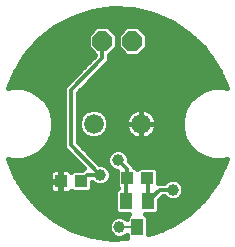
<source format=gbl>
G75*
%MOIN*%
%OFA0B0*%
%FSLAX25Y25*%
%IPPOS*%
%LPD*%
%AMOC8*
5,1,8,0,0,1.08239X$1,22.5*
%
%ADD10R,0.03937X0.05512*%
%ADD11R,0.03937X0.04331*%
%ADD12C,0.06600*%
%ADD13OC8,0.06600*%
%ADD14C,0.01600*%
%ADD15C,0.01400*%
%ADD16C,0.03962*%
%ADD17C,0.00800*%
D10*
X0047971Y0019707D03*
X0055451Y0019707D03*
X0051711Y0011046D03*
D11*
X0048416Y0027213D03*
X0055108Y0027213D03*
X0032959Y0026324D03*
X0026267Y0026324D03*
D12*
X0037233Y0045501D03*
X0052981Y0045501D03*
D13*
X0050107Y0073060D03*
X0040107Y0073060D03*
D14*
X0014034Y0022925D02*
X0018564Y0017739D01*
X0023948Y0013446D01*
X0030012Y0010183D01*
X0036560Y0008055D01*
X0043384Y0007131D01*
X0048413Y0007357D01*
X0048143Y0007627D01*
X0048143Y0008420D01*
X0047771Y0008048D01*
X0046454Y0007503D01*
X0045030Y0007503D01*
X0043713Y0008048D01*
X0042706Y0009055D01*
X0042161Y0010371D01*
X0042161Y0011796D01*
X0042706Y0013112D01*
X0043713Y0014120D01*
X0045030Y0014665D01*
X0046454Y0014665D01*
X0047771Y0014120D01*
X0048143Y0013747D01*
X0048143Y0014464D01*
X0049030Y0015351D01*
X0045340Y0015351D01*
X0044403Y0016288D01*
X0044403Y0023126D01*
X0045254Y0023977D01*
X0044847Y0024385D01*
X0044847Y0029855D01*
X0044522Y0029855D01*
X0043205Y0030400D01*
X0042198Y0031407D01*
X0041653Y0032723D01*
X0041653Y0034148D01*
X0042198Y0035464D01*
X0043205Y0036472D01*
X0044522Y0037017D01*
X0045946Y0037017D01*
X0047263Y0036472D01*
X0048270Y0035464D01*
X0048815Y0034148D01*
X0048815Y0033107D01*
X0050715Y0031207D01*
X0050715Y0030978D01*
X0051047Y0030978D01*
X0051762Y0030263D01*
X0052477Y0030978D01*
X0057740Y0030978D01*
X0058677Y0030041D01*
X0058677Y0025830D01*
X0060758Y0025830D01*
X0061493Y0026566D01*
X0062810Y0027111D01*
X0064234Y0027111D01*
X0065551Y0026566D01*
X0066558Y0025558D01*
X0067103Y0024242D01*
X0067103Y0022817D01*
X0066558Y0021501D01*
X0065551Y0020494D01*
X0064234Y0019949D01*
X0062810Y0019949D01*
X0061493Y0020494D01*
X0060758Y0021230D01*
X0060227Y0021230D01*
X0059020Y0020023D01*
X0059020Y0016288D01*
X0058083Y0015351D01*
X0054393Y0015351D01*
X0055280Y0014464D01*
X0055280Y0008585D01*
X0056976Y0008972D01*
X0063308Y0011678D01*
X0069055Y0015472D01*
X0074032Y0020230D01*
X0074032Y0020230D01*
X0078079Y0025801D01*
X0081067Y0032005D01*
X0081560Y0033792D01*
X0080162Y0033417D01*
X0076981Y0033417D01*
X0073908Y0034241D01*
X0071152Y0035832D01*
X0068902Y0038081D01*
X0067312Y0040837D01*
X0066488Y0043910D01*
X0066488Y0047092D01*
X0067312Y0050165D01*
X0068902Y0052920D01*
X0071152Y0055170D01*
X0073908Y0056761D01*
X0076981Y0057584D01*
X0080162Y0057584D01*
X0081560Y0057210D01*
X0081067Y0058997D01*
X0078079Y0065201D01*
X0074032Y0070771D01*
X0069054Y0075530D01*
X0063308Y0079323D01*
X0056976Y0082030D01*
X0050263Y0083562D01*
X0043384Y0083871D01*
X0036560Y0082946D01*
X0030012Y0080819D01*
X0023948Y0077556D01*
X0018564Y0073262D01*
X0014034Y0068077D01*
X0010502Y0062166D01*
X0008641Y0057206D01*
X0010052Y0057584D01*
X0013233Y0057584D01*
X0016307Y0056761D01*
X0019062Y0055170D01*
X0021312Y0052920D01*
X0022903Y0050165D01*
X0023726Y0047092D01*
X0023726Y0043910D01*
X0022903Y0040837D01*
X0021312Y0038081D01*
X0019062Y0035832D01*
X0016307Y0034241D01*
X0013233Y0033417D01*
X0010052Y0033417D01*
X0008641Y0033795D01*
X0010502Y0028836D01*
X0014034Y0022925D01*
X0014004Y0022974D02*
X0022937Y0022974D01*
X0022858Y0023053D02*
X0023193Y0022718D01*
X0023603Y0022481D01*
X0024061Y0022359D01*
X0026082Y0022359D01*
X0026082Y0026140D01*
X0022498Y0026140D01*
X0022498Y0023922D01*
X0022621Y0023464D01*
X0022858Y0023053D01*
X0022498Y0024573D02*
X0013049Y0024573D01*
X0012094Y0026171D02*
X0026082Y0026171D01*
X0026082Y0026140D02*
X0026082Y0026508D01*
X0022498Y0026508D01*
X0022498Y0028726D01*
X0022621Y0029184D01*
X0022858Y0029594D01*
X0023193Y0029930D01*
X0023603Y0030167D01*
X0024061Y0030289D01*
X0026082Y0030289D01*
X0026082Y0026508D01*
X0026451Y0026508D01*
X0026451Y0030289D01*
X0028472Y0030289D01*
X0028930Y0030167D01*
X0029340Y0029930D01*
X0029675Y0029594D01*
X0029733Y0029494D01*
X0030328Y0030089D01*
X0033472Y0030089D01*
X0034002Y0030620D01*
X0028660Y0035962D01*
X0027313Y0037309D01*
X0027313Y0057756D01*
X0037807Y0068250D01*
X0037807Y0068430D01*
X0035207Y0071030D01*
X0035207Y0075089D01*
X0038077Y0077960D01*
X0042137Y0077960D01*
X0045007Y0075089D01*
X0045007Y0071030D01*
X0042407Y0068430D01*
X0042407Y0066345D01*
X0041060Y0064998D01*
X0031913Y0055851D01*
X0031913Y0039214D01*
X0039064Y0032064D01*
X0040104Y0032064D01*
X0041421Y0031519D01*
X0042428Y0030511D01*
X0042973Y0029195D01*
X0042973Y0027770D01*
X0044847Y0027770D01*
X0044847Y0029368D02*
X0042901Y0029368D01*
X0042973Y0027770D02*
X0042428Y0026454D01*
X0041421Y0025447D01*
X0040104Y0024902D01*
X0038680Y0024902D01*
X0037363Y0025447D01*
X0036628Y0026183D01*
X0036528Y0026183D01*
X0036528Y0023496D01*
X0035591Y0022559D01*
X0030328Y0022559D01*
X0029733Y0023153D01*
X0029675Y0023053D01*
X0029340Y0022718D01*
X0028930Y0022481D01*
X0028472Y0022359D01*
X0026451Y0022359D01*
X0026451Y0026140D01*
X0026082Y0026140D01*
X0026082Y0024573D02*
X0026451Y0024573D01*
X0026451Y0022974D02*
X0026082Y0022974D01*
X0029596Y0022974D02*
X0029912Y0022974D01*
X0026451Y0027770D02*
X0026082Y0027770D01*
X0026082Y0029368D02*
X0026451Y0029368D01*
X0022727Y0029368D02*
X0010302Y0029368D01*
X0009702Y0030967D02*
X0033655Y0030967D01*
X0032057Y0032565D02*
X0009102Y0032565D01*
X0011139Y0027770D02*
X0022498Y0027770D01*
X0016020Y0034164D02*
X0030458Y0034164D01*
X0028860Y0035762D02*
X0018942Y0035762D01*
X0020591Y0037361D02*
X0027313Y0037361D01*
X0027313Y0038959D02*
X0021819Y0038959D01*
X0022742Y0040558D02*
X0027313Y0040558D01*
X0027313Y0042156D02*
X0023256Y0042156D01*
X0023684Y0043755D02*
X0027313Y0043755D01*
X0027313Y0045354D02*
X0023726Y0045354D01*
X0023726Y0046952D02*
X0027313Y0046952D01*
X0027313Y0048551D02*
X0023335Y0048551D01*
X0022907Y0050149D02*
X0027313Y0050149D01*
X0027313Y0051748D02*
X0021989Y0051748D01*
X0020886Y0053346D02*
X0027313Y0053346D01*
X0027313Y0054945D02*
X0019287Y0054945D01*
X0016684Y0056543D02*
X0027313Y0056543D01*
X0027698Y0058142D02*
X0008992Y0058142D01*
X0009592Y0059740D02*
X0029297Y0059740D01*
X0030895Y0061339D02*
X0010192Y0061339D01*
X0010963Y0062937D02*
X0032494Y0062937D01*
X0034092Y0064536D02*
X0011918Y0064536D01*
X0012873Y0066134D02*
X0035691Y0066134D01*
X0037289Y0067733D02*
X0013828Y0067733D01*
X0015130Y0069331D02*
X0036906Y0069331D01*
X0035308Y0070930D02*
X0016526Y0070930D01*
X0017923Y0072528D02*
X0035207Y0072528D01*
X0035207Y0074127D02*
X0019648Y0074127D01*
X0021653Y0075725D02*
X0035843Y0075725D01*
X0037441Y0077324D02*
X0023657Y0077324D01*
X0026487Y0078922D02*
X0063915Y0078922D01*
X0066337Y0077324D02*
X0052773Y0077324D01*
X0052137Y0077960D02*
X0048077Y0077960D01*
X0045207Y0075089D01*
X0045207Y0071030D01*
X0048077Y0068160D01*
X0052137Y0068160D01*
X0055007Y0071030D01*
X0055007Y0075089D01*
X0052137Y0077960D01*
X0054371Y0075725D02*
X0068759Y0075725D01*
X0070522Y0074127D02*
X0055007Y0074127D01*
X0055007Y0072528D02*
X0072194Y0072528D01*
X0073866Y0070930D02*
X0054907Y0070930D01*
X0053308Y0069331D02*
X0075078Y0069331D01*
X0076239Y0067733D02*
X0042407Y0067733D01*
X0042196Y0066134D02*
X0077401Y0066134D01*
X0078399Y0064536D02*
X0040598Y0064536D01*
X0038999Y0062937D02*
X0079169Y0062937D01*
X0079939Y0061339D02*
X0037401Y0061339D01*
X0035802Y0059740D02*
X0080709Y0059740D01*
X0081303Y0058142D02*
X0034204Y0058142D01*
X0032605Y0056543D02*
X0073531Y0056543D01*
X0070927Y0054945D02*
X0031913Y0054945D01*
X0031913Y0053346D02*
X0069328Y0053346D01*
X0068225Y0051748D02*
X0031913Y0051748D01*
X0031913Y0050149D02*
X0035651Y0050149D01*
X0036258Y0050401D02*
X0034457Y0049655D01*
X0033079Y0048276D01*
X0032333Y0046475D01*
X0032333Y0044526D01*
X0033079Y0042725D01*
X0034457Y0041347D01*
X0036258Y0040601D01*
X0038208Y0040601D01*
X0040009Y0041347D01*
X0041387Y0042725D01*
X0042133Y0044526D01*
X0042133Y0046475D01*
X0041387Y0048276D01*
X0040009Y0049655D01*
X0038208Y0050401D01*
X0036258Y0050401D01*
X0038815Y0050149D02*
X0050870Y0050149D01*
X0051023Y0050227D02*
X0050308Y0049863D01*
X0049659Y0049391D01*
X0049091Y0048823D01*
X0048619Y0048174D01*
X0048255Y0047459D01*
X0048007Y0046695D01*
X0047881Y0045902D01*
X0047881Y0045501D01*
X0052981Y0045501D01*
X0052981Y0050601D01*
X0052580Y0050601D01*
X0051787Y0050475D01*
X0051023Y0050227D01*
X0052981Y0050149D02*
X0052981Y0050149D01*
X0052981Y0050601D02*
X0053382Y0050601D01*
X0054175Y0050475D01*
X0054939Y0050227D01*
X0055654Y0049863D01*
X0056304Y0049391D01*
X0056871Y0048823D01*
X0057343Y0048174D01*
X0057707Y0047459D01*
X0057956Y0046695D01*
X0058081Y0045902D01*
X0058081Y0045501D01*
X0052981Y0045501D01*
X0052981Y0045501D01*
X0052981Y0045501D01*
X0052981Y0050601D01*
X0052981Y0048551D02*
X0052981Y0048551D01*
X0052981Y0046952D02*
X0052981Y0046952D01*
X0052981Y0045501D02*
X0052981Y0045501D01*
X0047881Y0045501D01*
X0047881Y0045099D01*
X0048007Y0044307D01*
X0048255Y0043543D01*
X0048619Y0042828D01*
X0049091Y0042178D01*
X0049659Y0041611D01*
X0050308Y0041139D01*
X0051023Y0040774D01*
X0051787Y0040526D01*
X0052580Y0040401D01*
X0052981Y0040401D01*
X0052981Y0045501D01*
X0052981Y0045501D01*
X0058081Y0045501D01*
X0058081Y0045099D01*
X0057956Y0044307D01*
X0057707Y0043543D01*
X0057343Y0042828D01*
X0056871Y0042178D01*
X0056304Y0041611D01*
X0055654Y0041139D01*
X0054939Y0040774D01*
X0054175Y0040526D01*
X0053382Y0040401D01*
X0052981Y0040401D01*
X0052981Y0045501D01*
X0052981Y0045354D02*
X0052981Y0045354D01*
X0052981Y0043755D02*
X0052981Y0043755D01*
X0052981Y0042156D02*
X0052981Y0042156D01*
X0052981Y0040558D02*
X0052981Y0040558D01*
X0051690Y0040558D02*
X0031913Y0040558D01*
X0031913Y0042156D02*
X0033648Y0042156D01*
X0032652Y0043755D02*
X0031913Y0043755D01*
X0031913Y0045354D02*
X0032333Y0045354D01*
X0032530Y0046952D02*
X0031913Y0046952D01*
X0031913Y0048551D02*
X0033353Y0048551D01*
X0041113Y0048551D02*
X0048893Y0048551D01*
X0048090Y0046952D02*
X0041936Y0046952D01*
X0042133Y0045354D02*
X0047881Y0045354D01*
X0048186Y0043755D02*
X0041814Y0043755D01*
X0040818Y0042156D02*
X0049113Y0042156D01*
X0054273Y0040558D02*
X0067473Y0040558D01*
X0066958Y0042156D02*
X0056849Y0042156D01*
X0057776Y0043755D02*
X0066530Y0043755D01*
X0066488Y0045354D02*
X0058081Y0045354D01*
X0057872Y0046952D02*
X0066488Y0046952D01*
X0066879Y0048551D02*
X0057069Y0048551D01*
X0055092Y0050149D02*
X0067307Y0050149D01*
X0068395Y0038959D02*
X0032168Y0038959D01*
X0033766Y0037361D02*
X0069623Y0037361D01*
X0071272Y0035762D02*
X0047972Y0035762D01*
X0048809Y0034164D02*
X0074194Y0034164D01*
X0079797Y0029368D02*
X0058677Y0029368D01*
X0058677Y0027770D02*
X0079027Y0027770D01*
X0078257Y0026171D02*
X0065945Y0026171D01*
X0066966Y0024573D02*
X0077187Y0024573D01*
X0076025Y0022974D02*
X0067103Y0022974D01*
X0066433Y0021376D02*
X0074864Y0021376D01*
X0073558Y0019777D02*
X0059020Y0019777D01*
X0059020Y0018179D02*
X0071886Y0018179D01*
X0070214Y0016580D02*
X0059020Y0016580D01*
X0055280Y0013383D02*
X0065891Y0013383D01*
X0068312Y0014982D02*
X0054762Y0014982D01*
X0055280Y0011785D02*
X0063469Y0011785D01*
X0059817Y0010186D02*
X0055280Y0010186D01*
X0055280Y0008588D02*
X0055293Y0008588D01*
X0048660Y0014982D02*
X0022022Y0014982D01*
X0020017Y0016580D02*
X0044403Y0016580D01*
X0044403Y0018179D02*
X0018180Y0018179D01*
X0016784Y0019777D02*
X0044403Y0019777D01*
X0044403Y0021376D02*
X0015387Y0021376D01*
X0024064Y0013383D02*
X0042977Y0013383D01*
X0042161Y0011785D02*
X0027035Y0011785D01*
X0030005Y0010186D02*
X0042238Y0010186D01*
X0043174Y0008588D02*
X0034921Y0008588D01*
X0036007Y0022974D02*
X0044403Y0022974D01*
X0044847Y0024573D02*
X0036528Y0024573D01*
X0036528Y0026171D02*
X0036639Y0026171D01*
X0042145Y0026171D02*
X0044847Y0026171D01*
X0042638Y0030967D02*
X0041972Y0030967D01*
X0041718Y0032565D02*
X0038562Y0032565D01*
X0036963Y0034164D02*
X0041659Y0034164D01*
X0042496Y0035762D02*
X0035365Y0035762D01*
X0049357Y0032565D02*
X0081221Y0032565D01*
X0080567Y0030967D02*
X0057751Y0030967D01*
X0058677Y0026171D02*
X0061099Y0026171D01*
X0052466Y0030967D02*
X0051058Y0030967D01*
X0046906Y0069331D02*
X0043308Y0069331D01*
X0044907Y0070930D02*
X0045308Y0070930D01*
X0045207Y0072528D02*
X0045007Y0072528D01*
X0045007Y0074127D02*
X0045207Y0074127D01*
X0045843Y0075725D02*
X0044371Y0075725D01*
X0042773Y0077324D02*
X0047441Y0077324D01*
X0046790Y0083718D02*
X0042254Y0083718D01*
X0034014Y0082119D02*
X0056583Y0082119D01*
X0060506Y0080521D02*
X0029458Y0080521D01*
D15*
X0040107Y0073060D02*
X0040107Y0067298D01*
X0029613Y0056804D01*
X0029613Y0038262D01*
X0039392Y0028483D01*
X0035118Y0028483D01*
X0032959Y0026324D01*
X0045234Y0033436D02*
X0048416Y0030254D01*
X0048416Y0027213D01*
X0047971Y0026768D01*
X0047971Y0019707D01*
X0055451Y0019707D02*
X0059274Y0023530D01*
X0063522Y0023530D01*
X0055451Y0027213D02*
X0055451Y0019707D01*
X0055451Y0027213D02*
X0055108Y0027213D01*
D16*
X0063522Y0023530D03*
X0045234Y0033436D03*
X0039392Y0028483D03*
X0045742Y0011084D03*
D17*
X0051673Y0011084D01*
X0051711Y0011046D01*
M02*

</source>
